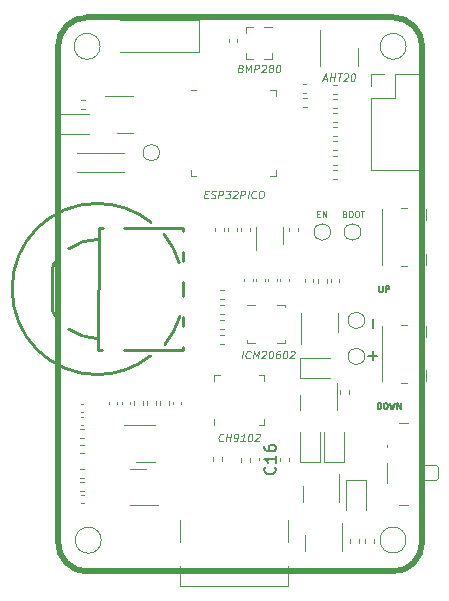
<source format=gbr>
%TF.GenerationSoftware,KiCad,Pcbnew,(6.0.0-rc1-323-gb9e66d8b98)*%
%TF.CreationDate,2021-12-20T00:28:19+08:00*%
%TF.ProjectId,XSense,5853656e-7365-42e6-9b69-6361645f7063,rev?*%
%TF.SameCoordinates,PXb340ac0PY76b1be0*%
%TF.FileFunction,Legend,Top*%
%TF.FilePolarity,Positive*%
%FSLAX46Y46*%
G04 Gerber Fmt 4.6, Leading zero omitted, Abs format (unit mm)*
G04 Created by KiCad (PCBNEW (6.0.0-rc1-323-gb9e66d8b98)) date 2021-12-20 00:28:19*
%MOMM*%
%LPD*%
G01*
G04 APERTURE LIST*
%TA.AperFunction,Profile*%
%ADD10C,0.500000*%
%TD*%
%TA.AperFunction,Profile*%
%ADD11C,0.100000*%
%TD*%
%ADD12C,0.127000*%
%ADD13C,0.200000*%
%ADD14C,0.101600*%
%ADD15C,0.150000*%
%ADD16C,0.076200*%
%ADD17C,0.120000*%
%ADD18C,0.254000*%
%ADD19C,0.100000*%
G04 APERTURE END LIST*
D10*
X582946Y2477666D02*
G75*
G03*
X3040002Y4722I2457054J-15839D01*
G01*
X3054640Y46925855D02*
X28951133Y46920051D01*
X31408189Y44447107D02*
X31397105Y2460002D01*
D11*
X4236974Y2650000D02*
G75*
G03*
X4236974Y2650000I-1100000J0D01*
G01*
D10*
X28924161Y2946D02*
G75*
G03*
X31397105Y2460002I15839J2457054D01*
G01*
X3054640Y46925855D02*
G75*
G03*
X581696Y44468799I-15842J-2457051D01*
G01*
D11*
X30051135Y44462946D02*
G75*
G03*
X30051135Y44462946I-1100000J0D01*
G01*
X30040000Y2662946D02*
G75*
G03*
X30040000Y2662946I-1100000J0D01*
G01*
X4138798Y44468804D02*
G75*
G03*
X4138798Y44468804I-1100000J0D01*
G01*
D10*
X582946Y2490000D02*
X581696Y44468799D01*
X31408189Y44447107D02*
G75*
G03*
X28951133Y46920051I-2457054J15839D01*
G01*
X28924161Y2946D02*
X3030000Y4722D01*
D12*
X27790857Y24188191D02*
X27790857Y23776953D01*
X27815047Y23728572D01*
X27839238Y23704381D01*
X27887619Y23680191D01*
X27984380Y23680191D01*
X28032761Y23704381D01*
X28056952Y23728572D01*
X28081142Y23776953D01*
X28081142Y24188191D01*
X28323047Y23680191D02*
X28323047Y24188191D01*
X28516571Y24188191D01*
X28564952Y24164000D01*
X28589142Y24139810D01*
X28613333Y24091429D01*
X28613333Y24018858D01*
X28589142Y23970477D01*
X28564952Y23946286D01*
X28516571Y23922096D01*
X28323047Y23922096D01*
X27664476Y13760191D02*
X27664476Y14268191D01*
X27785428Y14268191D01*
X27858000Y14244000D01*
X27906380Y14195620D01*
X27930571Y14147239D01*
X27954761Y14050477D01*
X27954761Y13977905D01*
X27930571Y13881143D01*
X27906380Y13832762D01*
X27858000Y13784381D01*
X27785428Y13760191D01*
X27664476Y13760191D01*
X28269238Y14268191D02*
X28366000Y14268191D01*
X28414380Y14244000D01*
X28462761Y14195620D01*
X28486952Y14098858D01*
X28486952Y13929524D01*
X28462761Y13832762D01*
X28414380Y13784381D01*
X28366000Y13760191D01*
X28269238Y13760191D01*
X28220857Y13784381D01*
X28172476Y13832762D01*
X28148285Y13929524D01*
X28148285Y14098858D01*
X28172476Y14195620D01*
X28220857Y14244000D01*
X28269238Y14268191D01*
X28656285Y14268191D02*
X28777238Y13760191D01*
X28874000Y14123048D01*
X28970761Y13760191D01*
X29091714Y14268191D01*
X29285238Y13760191D02*
X29285238Y14268191D01*
X29575523Y13760191D01*
X29575523Y14268191D01*
D13*
X27211428Y17898096D02*
X27211428Y18660000D01*
X27592380Y18279048D02*
X26830476Y18279048D01*
X27211428Y20660000D02*
X27211428Y21421905D01*
D14*
X13011936Y31935358D02*
X13223603Y31935358D01*
X13272740Y31602739D02*
X12970359Y31602739D01*
X13049734Y32237739D01*
X13352115Y32237739D01*
X13518424Y31632977D02*
X13605359Y31602739D01*
X13756549Y31602739D01*
X13820805Y31632977D01*
X13854823Y31663215D01*
X13892620Y31723691D01*
X13900180Y31784167D01*
X13877501Y31844643D01*
X13851043Y31874881D01*
X13794347Y31905120D01*
X13677174Y31935358D01*
X13620478Y31965596D01*
X13594019Y31995834D01*
X13571341Y32056310D01*
X13578900Y32116786D01*
X13616698Y32177262D01*
X13650716Y32207500D01*
X13714972Y32237739D01*
X13866162Y32237739D01*
X13953097Y32207500D01*
X14149644Y31602739D02*
X14229019Y32237739D01*
X14470924Y32237739D01*
X14527620Y32207500D01*
X14554079Y32177262D01*
X14576757Y32116786D01*
X14565418Y32026072D01*
X14527620Y31965596D01*
X14493603Y31935358D01*
X14429347Y31905120D01*
X14187442Y31905120D01*
X14803543Y32237739D02*
X15196638Y32237739D01*
X14954734Y31995834D01*
X15045448Y31995834D01*
X15102144Y31965596D01*
X15128603Y31935358D01*
X15151281Y31874881D01*
X15132382Y31723691D01*
X15094585Y31663215D01*
X15060567Y31632977D01*
X14996311Y31602739D01*
X14814882Y31602739D01*
X14758186Y31632977D01*
X14731728Y31663215D01*
X15430984Y32177262D02*
X15465001Y32207500D01*
X15529257Y32237739D01*
X15680448Y32237739D01*
X15737144Y32207500D01*
X15763603Y32177262D01*
X15786281Y32116786D01*
X15778722Y32056310D01*
X15737144Y31965596D01*
X15328930Y31602739D01*
X15722025Y31602739D01*
X15994168Y31602739D02*
X16073543Y32237739D01*
X16315448Y32237739D01*
X16372144Y32207500D01*
X16398603Y32177262D01*
X16421281Y32116786D01*
X16409942Y32026072D01*
X16372144Y31965596D01*
X16338126Y31935358D01*
X16273870Y31905120D01*
X16031966Y31905120D01*
X16629168Y31602739D02*
X16708543Y32237739D01*
X17301966Y31663215D02*
X17267948Y31632977D01*
X17173454Y31602739D01*
X17112978Y31602739D01*
X17026043Y31632977D01*
X16973126Y31693453D01*
X16950448Y31753929D01*
X16935329Y31874881D01*
X16946668Y31965596D01*
X16992025Y32086548D01*
X17029823Y32147024D01*
X17097859Y32207500D01*
X17192353Y32237739D01*
X17252829Y32237739D01*
X17339763Y32207500D01*
X17366222Y32177262D01*
X17766876Y32237739D02*
X17887829Y32237739D01*
X17944525Y32207500D01*
X17997442Y32147024D01*
X18012561Y32026072D01*
X17986103Y31814405D01*
X17940745Y31693453D01*
X17872710Y31632977D01*
X17808454Y31602739D01*
X17687501Y31602739D01*
X17630805Y31632977D01*
X17577888Y31693453D01*
X17562769Y31814405D01*
X17589228Y32026072D01*
X17634585Y32147024D01*
X17702620Y32207500D01*
X17766876Y32237739D01*
X16069305Y42595362D02*
X16156239Y42565124D01*
X16182698Y42534885D01*
X16205376Y42474409D01*
X16194037Y42383695D01*
X16156239Y42323219D01*
X16122222Y42292981D01*
X16057966Y42262743D01*
X15816061Y42262743D01*
X15895436Y42897743D01*
X16107103Y42897743D01*
X16163799Y42867504D01*
X16190257Y42837266D01*
X16212936Y42776790D01*
X16205376Y42716314D01*
X16167579Y42655838D01*
X16133561Y42625600D01*
X16069305Y42595362D01*
X15857638Y42595362D01*
X16451061Y42262743D02*
X16530436Y42897743D01*
X16685406Y42444171D01*
X16953769Y42897743D01*
X16874394Y42262743D01*
X17176775Y42262743D02*
X17256150Y42897743D01*
X17498055Y42897743D01*
X17554751Y42867504D01*
X17581210Y42837266D01*
X17603888Y42776790D01*
X17592549Y42686076D01*
X17554751Y42625600D01*
X17520733Y42595362D01*
X17456478Y42565124D01*
X17214573Y42565124D01*
X17853353Y42837266D02*
X17887370Y42867504D01*
X17951626Y42897743D01*
X18102817Y42897743D01*
X18159513Y42867504D01*
X18185972Y42837266D01*
X18208650Y42776790D01*
X18201091Y42716314D01*
X18159513Y42625600D01*
X17751299Y42262743D01*
X18144394Y42262743D01*
X18552608Y42625600D02*
X18495912Y42655838D01*
X18469454Y42686076D01*
X18446775Y42746552D01*
X18450555Y42776790D01*
X18488353Y42837266D01*
X18522370Y42867504D01*
X18586626Y42897743D01*
X18707579Y42897743D01*
X18764275Y42867504D01*
X18790733Y42837266D01*
X18813412Y42776790D01*
X18809632Y42746552D01*
X18771835Y42686076D01*
X18737817Y42655838D01*
X18673561Y42625600D01*
X18552608Y42625600D01*
X18488353Y42595362D01*
X18454335Y42565124D01*
X18416537Y42504647D01*
X18401418Y42383695D01*
X18424097Y42323219D01*
X18450555Y42292981D01*
X18507251Y42262743D01*
X18628204Y42262743D01*
X18692460Y42292981D01*
X18726478Y42323219D01*
X18764275Y42383695D01*
X18779394Y42504647D01*
X18756716Y42565124D01*
X18730257Y42595362D01*
X18673561Y42625600D01*
X19221626Y42897743D02*
X19282103Y42897743D01*
X19338799Y42867504D01*
X19365257Y42837266D01*
X19387936Y42776790D01*
X19403055Y42655838D01*
X19384156Y42504647D01*
X19338799Y42383695D01*
X19301001Y42323219D01*
X19266983Y42292981D01*
X19202728Y42262743D01*
X19142251Y42262743D01*
X19085555Y42292981D01*
X19059097Y42323219D01*
X19036418Y42383695D01*
X19021299Y42504647D01*
X19040198Y42655838D01*
X19085555Y42776790D01*
X19123353Y42837266D01*
X19157370Y42867504D01*
X19221626Y42897743D01*
X22525047Y30276286D02*
X22694380Y30276286D01*
X22766952Y30010191D02*
X22525047Y30010191D01*
X22525047Y30518191D01*
X22766952Y30518191D01*
X22984666Y30010191D02*
X22984666Y30518191D01*
X23274952Y30010191D01*
X23274952Y30518191D01*
X14521856Y11093208D02*
X14487838Y11062970D01*
X14393344Y11032732D01*
X14332868Y11032732D01*
X14245933Y11062970D01*
X14193016Y11123446D01*
X14170338Y11183922D01*
X14155219Y11304874D01*
X14166558Y11395589D01*
X14211915Y11516541D01*
X14249713Y11577017D01*
X14317749Y11637493D01*
X14412243Y11667732D01*
X14472719Y11667732D01*
X14559653Y11637493D01*
X14586112Y11607255D01*
X14786439Y11032732D02*
X14865814Y11667732D01*
X14828016Y11365351D02*
X15190874Y11365351D01*
X15149296Y11032732D02*
X15228671Y11667732D01*
X15481915Y11032732D02*
X15602868Y11032732D01*
X15667124Y11062970D01*
X15701141Y11093208D01*
X15772957Y11183922D01*
X15818314Y11304874D01*
X15848552Y11546779D01*
X15825874Y11607255D01*
X15799415Y11637493D01*
X15742719Y11667732D01*
X15621766Y11667732D01*
X15557510Y11637493D01*
X15523493Y11607255D01*
X15485695Y11546779D01*
X15466796Y11395589D01*
X15489475Y11335113D01*
X15515933Y11304874D01*
X15572629Y11274636D01*
X15693582Y11274636D01*
X15757838Y11304874D01*
X15791856Y11335113D01*
X15829653Y11395589D01*
X16389058Y11032732D02*
X16026201Y11032732D01*
X16207629Y11032732D02*
X16287004Y11667732D01*
X16215189Y11577017D01*
X16147153Y11516541D01*
X16082897Y11486303D01*
X16861528Y11667732D02*
X16922004Y11667732D01*
X16978701Y11637493D01*
X17005159Y11607255D01*
X17027838Y11546779D01*
X17042957Y11425827D01*
X17024058Y11274636D01*
X16978701Y11153684D01*
X16940903Y11093208D01*
X16906885Y11062970D01*
X16842629Y11032732D01*
X16782153Y11032732D01*
X16725457Y11062970D01*
X16698999Y11093208D01*
X16676320Y11153684D01*
X16661201Y11274636D01*
X16680100Y11425827D01*
X16725457Y11546779D01*
X16763254Y11607255D01*
X16797272Y11637493D01*
X16861528Y11667732D01*
X17307540Y11607255D02*
X17341558Y11637493D01*
X17405814Y11667732D01*
X17557004Y11667732D01*
X17613701Y11637493D01*
X17640159Y11607255D01*
X17662838Y11546779D01*
X17655278Y11486303D01*
X17613701Y11395589D01*
X17205487Y11032732D01*
X17598582Y11032732D01*
X16137626Y18042751D02*
X16217001Y18677751D01*
X16810424Y18103227D02*
X16776406Y18072989D01*
X16681912Y18042751D01*
X16621436Y18042751D01*
X16534501Y18072989D01*
X16481585Y18133465D01*
X16458906Y18193941D01*
X16443787Y18314893D01*
X16455126Y18405608D01*
X16500484Y18526560D01*
X16538281Y18587036D01*
X16606317Y18647512D01*
X16700811Y18677751D01*
X16761287Y18677751D01*
X16848222Y18647512D01*
X16874680Y18617274D01*
X17075007Y18042751D02*
X17154382Y18677751D01*
X17309353Y18224179D01*
X17577716Y18677751D01*
X17498341Y18042751D01*
X17842299Y18617274D02*
X17876317Y18647512D01*
X17940573Y18677751D01*
X18091763Y18677751D01*
X18148460Y18647512D01*
X18174918Y18617274D01*
X18197597Y18556798D01*
X18190037Y18496322D01*
X18148460Y18405608D01*
X17740246Y18042751D01*
X18133341Y18042751D01*
X18605811Y18677751D02*
X18666287Y18677751D01*
X18722984Y18647512D01*
X18749442Y18617274D01*
X18772121Y18556798D01*
X18787240Y18435846D01*
X18768341Y18284655D01*
X18722984Y18163703D01*
X18685186Y18103227D01*
X18651168Y18072989D01*
X18586912Y18042751D01*
X18526436Y18042751D01*
X18469740Y18072989D01*
X18443281Y18103227D01*
X18420603Y18163703D01*
X18405484Y18284655D01*
X18424382Y18435846D01*
X18469740Y18556798D01*
X18507537Y18617274D01*
X18541555Y18647512D01*
X18605811Y18677751D01*
X19361763Y18677751D02*
X19240811Y18677751D01*
X19176555Y18647512D01*
X19142537Y18617274D01*
X19070722Y18526560D01*
X19025365Y18405608D01*
X18995126Y18163703D01*
X19017805Y18103227D01*
X19044263Y18072989D01*
X19100960Y18042751D01*
X19221912Y18042751D01*
X19286168Y18072989D01*
X19320186Y18103227D01*
X19357984Y18163703D01*
X19376882Y18314893D01*
X19354204Y18375370D01*
X19327746Y18405608D01*
X19271049Y18435846D01*
X19150097Y18435846D01*
X19085841Y18405608D01*
X19051823Y18375370D01*
X19014025Y18314893D01*
X19815335Y18677751D02*
X19875811Y18677751D01*
X19932507Y18647512D01*
X19958966Y18617274D01*
X19981644Y18556798D01*
X19996763Y18435846D01*
X19977865Y18284655D01*
X19932507Y18163703D01*
X19894710Y18103227D01*
X19860692Y18072989D01*
X19796436Y18042751D01*
X19735960Y18042751D01*
X19679263Y18072989D01*
X19652805Y18103227D01*
X19630126Y18163703D01*
X19615007Y18284655D01*
X19633906Y18435846D01*
X19679263Y18556798D01*
X19717061Y18617274D01*
X19751079Y18647512D01*
X19815335Y18677751D01*
X20261347Y18617274D02*
X20295365Y18647512D01*
X20359621Y18677751D01*
X20510811Y18677751D01*
X20567507Y18647512D01*
X20593966Y18617274D01*
X20616644Y18556798D01*
X20609085Y18496322D01*
X20567507Y18405608D01*
X20159293Y18042751D01*
X20552388Y18042751D01*
X23052077Y41724157D02*
X23354458Y41724157D01*
X22968922Y41542729D02*
X23259964Y42177729D01*
X23392255Y41542729D01*
X23603922Y41542729D02*
X23683297Y42177729D01*
X23645499Y41875348D02*
X24008357Y41875348D01*
X23966779Y41542729D02*
X24046154Y42177729D01*
X24257821Y42177729D02*
X24620678Y42177729D01*
X24359874Y41542729D02*
X24439249Y42177729D01*
X24794547Y42117252D02*
X24828565Y42147490D01*
X24892821Y42177729D01*
X25044011Y42177729D01*
X25100708Y42147490D01*
X25127166Y42117252D01*
X25149845Y42056776D01*
X25142285Y41996300D01*
X25100708Y41905586D01*
X24692493Y41542729D01*
X25085589Y41542729D01*
X25558059Y42177729D02*
X25618535Y42177729D01*
X25675232Y42147490D01*
X25701690Y42117252D01*
X25724368Y42056776D01*
X25739487Y41935824D01*
X25720589Y41784633D01*
X25675232Y41663681D01*
X25637434Y41603205D01*
X25603416Y41572967D01*
X25539160Y41542729D01*
X25478684Y41542729D01*
X25421987Y41572967D01*
X25395529Y41603205D01*
X25372851Y41663681D01*
X25357732Y41784633D01*
X25376630Y41935824D01*
X25421987Y42056776D01*
X25459785Y42117252D01*
X25493803Y42147490D01*
X25558059Y42177729D01*
X24860571Y30286286D02*
X24933142Y30262096D01*
X24957333Y30237905D01*
X24981523Y30189524D01*
X24981523Y30116953D01*
X24957333Y30068572D01*
X24933142Y30044381D01*
X24884761Y30020191D01*
X24691238Y30020191D01*
X24691238Y30528191D01*
X24860571Y30528191D01*
X24908952Y30504000D01*
X24933142Y30479810D01*
X24957333Y30431429D01*
X24957333Y30383048D01*
X24933142Y30334667D01*
X24908952Y30310477D01*
X24860571Y30286286D01*
X24691238Y30286286D01*
X25296000Y30528191D02*
X25392761Y30528191D01*
X25441142Y30504000D01*
X25489523Y30455620D01*
X25513714Y30358858D01*
X25513714Y30189524D01*
X25489523Y30092762D01*
X25441142Y30044381D01*
X25392761Y30020191D01*
X25296000Y30020191D01*
X25247619Y30044381D01*
X25199238Y30092762D01*
X25175047Y30189524D01*
X25175047Y30358858D01*
X25199238Y30455620D01*
X25247619Y30504000D01*
X25296000Y30528191D01*
X25828190Y30528191D02*
X25924952Y30528191D01*
X25973333Y30504000D01*
X26021714Y30455620D01*
X26045904Y30358858D01*
X26045904Y30189524D01*
X26021714Y30092762D01*
X25973333Y30044381D01*
X25924952Y30020191D01*
X25828190Y30020191D01*
X25779809Y30044381D01*
X25731428Y30092762D01*
X25707238Y30189524D01*
X25707238Y30358858D01*
X25731428Y30455620D01*
X25779809Y30504000D01*
X25828190Y30528191D01*
X26191047Y30528191D02*
X26481333Y30528191D01*
X26336190Y30020191D02*
X26336190Y30528191D01*
D15*
%TO.C,C16*%
X18937142Y8849643D02*
X18984761Y8802024D01*
X19032380Y8659167D01*
X19032380Y8563929D01*
X18984761Y8421072D01*
X18889523Y8325834D01*
X18794285Y8278215D01*
X18603809Y8230596D01*
X18460952Y8230596D01*
X18270476Y8278215D01*
X18175238Y8325834D01*
X18080000Y8421072D01*
X18032380Y8563929D01*
X18032380Y8659167D01*
X18080000Y8802024D01*
X18127619Y8849643D01*
X19032380Y9802024D02*
X19032380Y9230596D01*
X19032380Y9516310D02*
X18032380Y9516310D01*
X18175238Y9421072D01*
X18270476Y9325834D01*
X18318095Y9230596D01*
X18032380Y10659167D02*
X18032380Y10468691D01*
X18080000Y10373453D01*
X18127619Y10325834D01*
X18270476Y10230596D01*
X18460952Y10182977D01*
X18841904Y10182977D01*
X18937142Y10230596D01*
X18984761Y10278215D01*
X19032380Y10373453D01*
X19032380Y10563929D01*
X18984761Y10659167D01*
X18937142Y10706786D01*
X18841904Y10754405D01*
X18603809Y10754405D01*
X18508571Y10706786D01*
X18460952Y10659167D01*
X18413333Y10563929D01*
X18413333Y10373453D01*
X18460952Y10278215D01*
X18508571Y10230596D01*
X18603809Y10182977D01*
D16*
%TO.C,U5*%
X7965715Y9307500D02*
X7165715Y9307500D01*
X7965715Y9307500D02*
X8765715Y9307500D01*
X7965715Y12427500D02*
X8765715Y12427500D01*
X7965715Y12427500D02*
X6165715Y12427500D01*
%TO.C,Q6*%
X7340000Y5600000D02*
X9015000Y5600000D01*
X7340000Y5600000D02*
X6690000Y5600000D01*
X7340000Y8720000D02*
X7990000Y8720000D01*
X7340000Y8720000D02*
X6690000Y8720000D01*
%TO.C,C1*%
X21585835Y40523750D02*
X21354165Y40523750D01*
X21585835Y41243750D02*
X21354165Y41243750D01*
D17*
%TO.C,J2*%
X29150000Y42140000D02*
X31210000Y42140000D01*
X27090000Y40080000D02*
X29150000Y40080000D01*
X27090000Y34020000D02*
X31210000Y34020000D01*
X29150000Y40080000D02*
X29150000Y42140000D01*
X31210000Y42140000D02*
X31210000Y34020000D01*
X27090000Y40080000D02*
X27090000Y34020000D01*
X27090000Y41080000D02*
X27090000Y42140000D01*
X27090000Y42140000D02*
X28150000Y42140000D01*
%TO.C,C16*%
X19380000Y9376665D02*
X19380000Y9608335D01*
X20100000Y9376665D02*
X20100000Y9608335D01*
D16*
%TO.C,R7*%
X25220000Y15327621D02*
X25220000Y14992379D01*
X24460000Y15327621D02*
X24460000Y14992379D01*
%TO.C,D2*%
X21040000Y16410000D02*
X23590000Y16410000D01*
X21040000Y18110000D02*
X23590000Y18110000D01*
X21040000Y18110000D02*
X21040000Y16410000D01*
%TO.C,D1*%
X675500Y37062000D02*
X3225500Y37062000D01*
X675500Y38762000D02*
X675500Y37062000D01*
X675500Y38762000D02*
X3225500Y38762000D01*
D17*
%TO.C,R22*%
X23844879Y38825000D02*
X24180121Y38825000D01*
X23844879Y38065000D02*
X24180121Y38065000D01*
%TO.C,TP3*%
X26540000Y18210000D02*
G75*
G03*
X26540000Y18210000I-700000J0D01*
G01*
D16*
%TO.C,C2*%
X17074000Y24557665D02*
X17074000Y24789335D01*
X16354000Y24557665D02*
X16354000Y24789335D01*
%TO.C,SW4*%
X31720000Y25980000D02*
X31720000Y26905000D01*
X28020000Y25980000D02*
X28020000Y30680000D01*
X29595000Y30780000D02*
X30145000Y30780000D01*
X31720000Y29755000D02*
X31720000Y30680000D01*
X29595000Y25880000D02*
X30145000Y25880000D01*
%TO.C,C12*%
X2544165Y6495250D02*
X2775835Y6495250D01*
X2544165Y5775250D02*
X2775835Y5775250D01*
%TO.C,R20*%
X2807621Y10754750D02*
X2472379Y10754750D01*
X2807621Y9994750D02*
X2472379Y9994750D01*
%TO.C,Q3*%
X24400000Y6560000D02*
X24400000Y8235000D01*
X21280000Y6560000D02*
X21280000Y7210000D01*
X24400000Y6560000D02*
X24400000Y5910000D01*
X21280000Y6560000D02*
X21280000Y5910000D01*
%TO.C,R8*%
X7040000Y14072379D02*
X7040000Y14407621D01*
X7800000Y14072379D02*
X7800000Y14407621D01*
D17*
%TO.C,TP4*%
X9170500Y35460000D02*
G75*
G03*
X9170500Y35460000I-700000J0D01*
G01*
D16*
%TO.C,R10*%
X16106000Y9312379D02*
X16106000Y9647621D01*
X16866000Y9312379D02*
X16866000Y9647621D01*
%TO.C,R16*%
X20160000Y29127621D02*
X20160000Y28792379D01*
X20920000Y29127621D02*
X20920000Y28792379D01*
D18*
%TO.C,U8*%
X11146000Y24519000D02*
X11146000Y23331000D01*
X-3300000Y23988000D02*
X-3300000Y23925000D01*
X11146000Y27044000D02*
X11146000Y26281000D01*
X-3300000Y23925000D02*
X-3300000Y23868000D01*
X347000Y21674000D02*
X556000Y21465000D01*
X11146000Y19044000D02*
X11146000Y18885000D01*
X4006000Y29025000D02*
X4006000Y29095000D01*
X4326000Y18785000D02*
X3993000Y18785000D01*
X11146000Y21569000D02*
X11146000Y20806000D01*
X11146000Y18885000D02*
X11146000Y18785000D01*
X3986000Y18785000D02*
X4006000Y29025000D01*
X4006000Y29095000D02*
X4369000Y29095000D01*
X10231000Y18785000D02*
X6131000Y18785000D01*
X10231000Y29095000D02*
X11146000Y29095000D01*
X3883000Y31171000D02*
X4050000Y31171000D01*
X6131000Y29095000D02*
X10454000Y29095000D01*
X396000Y26295000D02*
X446000Y26345000D01*
X11146000Y18785000D02*
X10231000Y18785000D01*
X100000Y22270000D02*
X100000Y25580000D01*
X11146000Y29095000D02*
X11146000Y28806000D01*
X8445000Y29575000D02*
G75*
G03*
X3905959Y31164515I-4539001J-5686003D01*
G01*
X3955806Y28125503D02*
G75*
G03*
X1488000Y27324000I197J-4200512D01*
G01*
X1483000Y20526000D02*
G75*
G03*
X3950641Y19725085I2467001J3399005D01*
G01*
X3869950Y16671485D02*
G75*
G03*
X8409000Y18261000I50J7275514D01*
G01*
X-3301000Y23868000D02*
G75*
G03*
X3896000Y16671000I7196998J-2D01*
G01*
X3883000Y31171000D02*
G75*
G03*
X-3300000Y23988000I0J-7183000D01*
G01*
X99836Y22269293D02*
G75*
G03*
X347000Y21674000I842157J704D01*
G01*
X10832000Y26162000D02*
G75*
G03*
X9565431Y28539427I-6782000J-2087001D01*
G01*
X576000Y26438000D02*
G75*
G03*
X99868Y25580843I534999J-857999D01*
G01*
X9635790Y19245483D02*
G75*
G03*
X10902000Y21623000I-5515808J4463526D01*
G01*
D16*
%TO.C,U6*%
X18040000Y16165000D02*
X18040000Y16640000D01*
X18040000Y12895000D02*
X18040000Y12420000D01*
X13820000Y12895000D02*
X13820000Y12420000D01*
X13820000Y16640000D02*
X14295000Y16640000D01*
X13820000Y16165000D02*
X13820000Y16640000D01*
X18040000Y16640000D02*
X17565000Y16640000D01*
X18040000Y12420000D02*
X17565000Y12420000D01*
D17*
%TO.C,R28*%
X14610121Y23057500D02*
X14274879Y23057500D01*
X14610121Y23817500D02*
X14274879Y23817500D01*
D16*
%TO.C,Q5*%
X19656500Y27760000D02*
X19656500Y29160000D01*
X17336500Y29160000D02*
X17336500Y27260000D01*
D17*
%TO.C,C15*%
X15022822Y44839165D02*
X15022822Y45070835D01*
X15742822Y44839165D02*
X15742822Y45070835D01*
D16*
%TO.C,TP2*%
X26210000Y28744000D02*
G75*
G03*
X26210000Y28744000I-700000J0D01*
G01*
%TO.C,R3*%
X14274879Y20544168D02*
X14610121Y20544168D01*
X14274879Y21304168D02*
X14610121Y21304168D01*
%TO.C,C14*%
X11020000Y14378335D02*
X11020000Y14146665D01*
X10300000Y14378335D02*
X10300000Y14146665D01*
%TO.C,R1*%
X2840621Y39180000D02*
X2505379Y39180000D01*
X2840621Y39940000D02*
X2505379Y39940000D01*
%TO.C,R11*%
X26560000Y2392379D02*
X26560000Y2727621D01*
X27320000Y2392379D02*
X27320000Y2727621D01*
%TO.C,Q4*%
X24610000Y2422000D02*
X24610000Y4097000D01*
X21490000Y2422000D02*
X21490000Y1772000D01*
X24610000Y2422000D02*
X24610000Y1772000D01*
X21490000Y2422000D02*
X21490000Y3072000D01*
%TO.C,U2*%
X19135000Y22607500D02*
X19810000Y22607500D01*
X17265000Y19387500D02*
X16590000Y19387500D01*
X19135000Y19387500D02*
X19810000Y19387500D01*
X17265000Y22607500D02*
X16590000Y22607500D01*
X16590000Y19387500D02*
X16590000Y19562500D01*
X19810000Y22607500D02*
X19810000Y22432500D01*
X19810000Y19387500D02*
X19810000Y19562500D01*
%TO.C,C11*%
X2723335Y14200857D02*
X2491665Y14200857D01*
X2723335Y13480857D02*
X2491665Y13480857D01*
%TO.C,R14*%
X2795121Y12049143D02*
X2459879Y12049143D01*
X2795121Y11289143D02*
X2459879Y11289143D01*
%TO.C,D4*%
X6689143Y14375835D02*
X6689143Y14144165D01*
X5969143Y14375835D02*
X5969143Y14144165D01*
%TO.C,U3*%
X20074000Y-1245000D02*
X10914000Y-1245000D01*
X20074000Y460000D02*
X20074000Y-1245000D01*
X10914000Y4390000D02*
X10914000Y2470000D01*
X20074000Y2470000D02*
X20074000Y4390000D01*
X10914000Y-1245000D02*
X10914000Y460000D01*
D17*
%TO.C,SW1*%
X30245000Y12560000D02*
X29455000Y12560000D01*
X28405000Y10510000D02*
X28405000Y10710000D01*
X32545000Y9010000D02*
X32755000Y8810000D01*
X28405000Y7510000D02*
X28405000Y9210000D01*
X29455000Y5660000D02*
X30245000Y5660000D01*
X32755000Y7910000D02*
X32755000Y8810000D01*
X32545000Y9010000D02*
X31255000Y9010000D01*
X32545000Y7710000D02*
X32755000Y7910000D01*
X31255000Y7710000D02*
X32545000Y7710000D01*
X31255000Y6260000D02*
X31255000Y11960000D01*
D16*
%TO.C,C13*%
X17620000Y9414165D02*
X17620000Y9645835D01*
X18340000Y9414165D02*
X18340000Y9645835D01*
D17*
%TO.C,R27*%
X14610121Y19287500D02*
X14274879Y19287500D01*
X14610121Y20047500D02*
X14274879Y20047500D01*
%TO.C,R25*%
X23844879Y39268750D02*
X24180121Y39268750D01*
X23844879Y40028750D02*
X24180121Y40028750D01*
D16*
%TO.C,D5*%
X26690000Y7760000D02*
X26690000Y5210000D01*
X24990000Y7760000D02*
X24990000Y5210000D01*
X26690000Y7760000D02*
X24990000Y7760000D01*
%TO.C,R19*%
X2472379Y7880000D02*
X2807621Y7880000D01*
X2472379Y8640000D02*
X2807621Y8640000D01*
%TO.C,AE1*%
X12500000Y44000000D02*
X12500000Y46720000D01*
X12500000Y46720000D02*
X5790000Y46720000D01*
X5790000Y44000000D02*
X12500000Y44000000D01*
%TO.C,BZ1*%
X2201500Y35424000D02*
X6201500Y35424000D01*
X6201500Y33824000D02*
X2201500Y33824000D01*
%TO.C,R6*%
X9241715Y14407621D02*
X9241715Y14072379D01*
X10001715Y14407621D02*
X10001715Y14072379D01*
%TO.C,R9*%
X8900857Y14407621D02*
X8900857Y14072379D01*
X8140857Y14407621D02*
X8140857Y14072379D01*
%TO.C,C4*%
X19106000Y24557665D02*
X19106000Y24789335D01*
X18386000Y24557665D02*
X18386000Y24789335D01*
%TO.C,R4*%
X21657621Y40070000D02*
X21322379Y40070000D01*
X21657621Y39310000D02*
X21322379Y39310000D01*
%TO.C,SW5*%
X28020000Y16100000D02*
X28020000Y20800000D01*
X31720000Y16100000D02*
X31720000Y17025000D01*
X31720000Y19875000D02*
X31720000Y20800000D01*
X29595000Y20900000D02*
X30145000Y20900000D01*
X29595000Y16000000D02*
X30145000Y16000000D01*
%TO.C,C3*%
X17370000Y24557665D02*
X17370000Y24789335D01*
X18090000Y24557665D02*
X18090000Y24789335D01*
D19*
%TO.C,U9*%
X16472822Y46085000D02*
X17112822Y46085000D01*
X16472822Y46085000D02*
X16472822Y45605000D01*
X18032822Y46085000D02*
X18672822Y46085000D01*
X16472822Y43385000D02*
X17112822Y43385000D01*
X18672822Y43865000D02*
X18672822Y43385000D01*
X16472822Y43865000D02*
X16472822Y43385000D01*
X18032822Y43385000D02*
X18672822Y43385000D01*
D16*
%TO.C,C8*%
X23680000Y24494165D02*
X23680000Y24725835D01*
X24400000Y24494165D02*
X24400000Y24725835D01*
D17*
%TO.C,TP5*%
X26540000Y21260000D02*
G75*
G03*
X26540000Y21260000I-700000J0D01*
G01*
D16*
%TO.C,U4*%
X24250000Y21055000D02*
X24250000Y21855000D01*
X21130000Y21055000D02*
X21130000Y19255000D01*
X21130000Y21055000D02*
X21130000Y21855000D01*
X24250000Y21055000D02*
X24250000Y20255000D01*
%TO.C,R15*%
X2472379Y6812625D02*
X2807621Y6812625D01*
X2472379Y7572625D02*
X2807621Y7572625D01*
D17*
%TO.C,R21*%
X23844879Y36417500D02*
X24180121Y36417500D01*
X23844879Y35657500D02*
X24180121Y35657500D01*
D16*
%TO.C,Q1*%
X6241500Y40234000D02*
X4566500Y40234000D01*
X6241500Y37114000D02*
X6891500Y37114000D01*
X6241500Y40234000D02*
X6891500Y40234000D01*
X6241500Y37114000D02*
X5591500Y37114000D01*
%TO.C,C6*%
X15709500Y29095835D02*
X15709500Y28864165D01*
X14989500Y29095835D02*
X14989500Y28864165D01*
%TO.C,C5*%
X20122000Y24557665D02*
X20122000Y24789335D01*
X19402000Y24557665D02*
X19402000Y24789335D01*
D17*
%TO.C,U10*%
X25950000Y44335000D02*
X25950000Y42835000D01*
X22730000Y45835000D02*
X22730000Y42835000D01*
D16*
%TO.C,C9*%
X22200000Y24544165D02*
X22200000Y24775835D01*
X21480000Y24544165D02*
X21480000Y24775835D01*
%TO.C,R2*%
X14610121Y22560834D02*
X14274879Y22560834D01*
X14610121Y21800834D02*
X14274879Y21800834D01*
D17*
%TO.C,R24*%
X23844879Y40472500D02*
X24180121Y40472500D01*
X23844879Y41232500D02*
X24180121Y41232500D01*
D16*
%TO.C,R5*%
X14626000Y28792379D02*
X14626000Y29127621D01*
X13866000Y28792379D02*
X13866000Y29127621D01*
%TO.C,R17*%
X16833000Y29127621D02*
X16833000Y28792379D01*
X16073000Y29127621D02*
X16073000Y28792379D01*
%TO.C,R12*%
X25260000Y2727621D02*
X25260000Y2392379D01*
X26020000Y2727621D02*
X26020000Y2392379D01*
%TO.C,TP1*%
X23650000Y28744000D02*
G75*
G03*
X23650000Y28744000I-700000J0D01*
G01*
D17*
%TO.C,R26*%
X23320000Y24462379D02*
X23320000Y24797621D01*
X22560000Y24462379D02*
X22560000Y24797621D01*
D16*
%TO.C,D6*%
X23090000Y9260000D02*
X24790000Y9260000D01*
X23090000Y9260000D02*
X23090000Y11810000D01*
X24790000Y9260000D02*
X24790000Y11810000D01*
%TO.C,R13*%
X13720000Y9352379D02*
X13720000Y9687621D01*
X14480000Y9352379D02*
X14480000Y9687621D01*
D17*
%TO.C,R29*%
X23844879Y35213750D02*
X24180121Y35213750D01*
X23844879Y34453750D02*
X24180121Y34453750D01*
D16*
%TO.C,C10*%
X2723335Y12400000D02*
X2491665Y12400000D01*
X2723335Y13120000D02*
X2491665Y13120000D01*
D17*
%TO.C,U1*%
X18540000Y40735000D02*
X19015000Y40735000D01*
X19015000Y33515000D02*
X19015000Y33990000D01*
X11795000Y33515000D02*
X11795000Y33990000D01*
X18540000Y33515000D02*
X19015000Y33515000D01*
X12270000Y33515000D02*
X11795000Y33515000D01*
X12270000Y40735000D02*
X11795000Y40735000D01*
X19015000Y40735000D02*
X19015000Y40260000D01*
D16*
%TO.C,Q2*%
X24200000Y14322500D02*
X24200000Y15997500D01*
X21080000Y14322500D02*
X21080000Y14972500D01*
X21080000Y14322500D02*
X21080000Y13672500D01*
X24200000Y14322500D02*
X24200000Y13672500D01*
D17*
%TO.C,R30*%
X23844879Y33250000D02*
X24180121Y33250000D01*
X23844879Y34010000D02*
X24180121Y34010000D01*
D16*
%TO.C,D3*%
X21090000Y9260000D02*
X21090000Y11810000D01*
X21090000Y9260000D02*
X22790000Y9260000D01*
X22790000Y9260000D02*
X22790000Y11810000D01*
D17*
%TO.C,R23*%
X23844879Y36861250D02*
X24180121Y36861250D01*
X23844879Y37621250D02*
X24180121Y37621250D01*
D16*
%TO.C,C7*%
X4888286Y14375835D02*
X4888286Y14144165D01*
X5608286Y14375835D02*
X5608286Y14144165D01*
%TD*%
M02*

</source>
